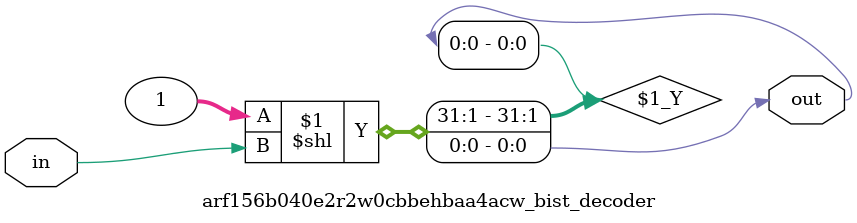
<source format=sv>

`ifndef ARF156B040E2R2W0CBBEHBAA4ACW_BIST_DECODER_SV
`define ARF156B040E2R2W0CBBEHBAA4ACW_BIST_DECODER_SV

module arf156b040e2r2w0cbbehbaa4acw_bist_decoder # (
  parameter IN_WIDTH  = 1,
  parameter OUT_WIDTH = 1
)
(
  input  logic [IN_WIDTH-1:0]  in,
  output logic [OUT_WIDTH-1:0] out
);
  
  assign out = 'b1 << in;

endmodule // arf156b040e2r2w0cbbehbaa4acw_bist_decoder

`endif // ARF156B040E2R2W0CBBEHBAA4ACW_BIST_DECODER_SV
</source>
